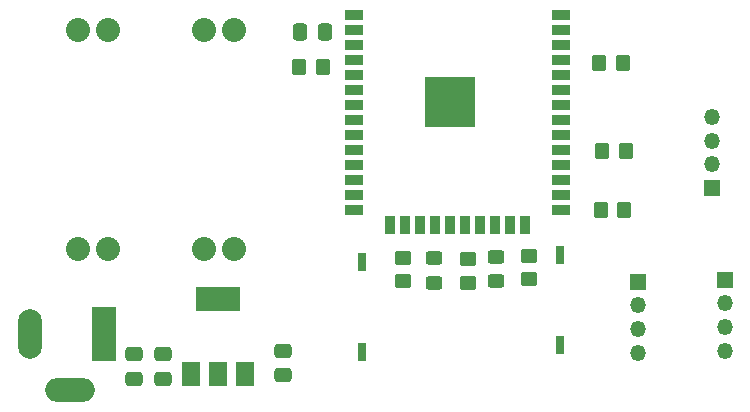
<source format=gbr>
%TF.GenerationSoftware,KiCad,Pcbnew,7.0.1*%
%TF.CreationDate,2023-03-21T16:38:31+01:00*%
%TF.ProjectId,Motordinges,4d6f746f-7264-4696-9e67-65732e6b6963,rev?*%
%TF.SameCoordinates,Original*%
%TF.FileFunction,Soldermask,Top*%
%TF.FilePolarity,Negative*%
%FSLAX46Y46*%
G04 Gerber Fmt 4.6, Leading zero omitted, Abs format (unit mm)*
G04 Created by KiCad (PCBNEW 7.0.1) date 2023-03-21 16:38:31*
%MOMM*%
%LPD*%
G01*
G04 APERTURE LIST*
G04 Aperture macros list*
%AMRoundRect*
0 Rectangle with rounded corners*
0 $1 Rounding radius*
0 $2 $3 $4 $5 $6 $7 $8 $9 X,Y pos of 4 corners*
0 Add a 4 corners polygon primitive as box body*
4,1,4,$2,$3,$4,$5,$6,$7,$8,$9,$2,$3,0*
0 Add four circle primitives for the rounded corners*
1,1,$1+$1,$2,$3*
1,1,$1+$1,$4,$5*
1,1,$1+$1,$6,$7*
1,1,$1+$1,$8,$9*
0 Add four rect primitives between the rounded corners*
20,1,$1+$1,$2,$3,$4,$5,0*
20,1,$1+$1,$4,$5,$6,$7,0*
20,1,$1+$1,$6,$7,$8,$9,0*
20,1,$1+$1,$8,$9,$2,$3,0*%
G04 Aperture macros list end*
%ADD10R,1.500000X0.900000*%
%ADD11R,0.900000X1.500000*%
%ADD12C,0.600000*%
%ADD13R,4.200000X4.200000*%
%ADD14R,1.350000X1.350000*%
%ADD15O,1.350000X1.350000*%
%ADD16RoundRect,0.250000X0.337500X0.475000X-0.337500X0.475000X-0.337500X-0.475000X0.337500X-0.475000X0*%
%ADD17R,1.500000X2.000000*%
%ADD18R,3.800000X2.000000*%
%ADD19RoundRect,0.250000X0.475000X-0.337500X0.475000X0.337500X-0.475000X0.337500X-0.475000X-0.337500X0*%
%ADD20R,0.760000X1.600000*%
%ADD21RoundRect,0.250000X-0.475000X0.337500X-0.475000X-0.337500X0.475000X-0.337500X0.475000X0.337500X0*%
%ADD22RoundRect,0.250000X0.450000X-0.325000X0.450000X0.325000X-0.450000X0.325000X-0.450000X-0.325000X0*%
%ADD23RoundRect,0.250000X-0.350000X-0.450000X0.350000X-0.450000X0.350000X0.450000X-0.350000X0.450000X0*%
%ADD24R,2.000000X4.600000*%
%ADD25O,2.000000X4.200000*%
%ADD26O,4.200000X2.000000*%
%ADD27RoundRect,0.250000X0.450000X-0.350000X0.450000X0.350000X-0.450000X0.350000X-0.450000X-0.350000X0*%
%ADD28RoundRect,0.250000X0.350000X0.450000X-0.350000X0.450000X-0.350000X-0.450000X0.350000X-0.450000X0*%
%ADD29C,2.032000*%
G04 APERTURE END LIST*
D10*
%TO.C,U1*%
X109220000Y-44450000D03*
X109220000Y-45720000D03*
X109220000Y-46990000D03*
X109220000Y-48260000D03*
X109220000Y-49530000D03*
X109220000Y-50800000D03*
X109220000Y-52070000D03*
X109220000Y-53340000D03*
X109220000Y-54610000D03*
X109220000Y-55880000D03*
X109220000Y-57150000D03*
X109220000Y-58420000D03*
X109220000Y-59690000D03*
X109220000Y-60960000D03*
D11*
X112260000Y-62210000D03*
X113530000Y-62210000D03*
X114800000Y-62210000D03*
X116070000Y-62210000D03*
X117340000Y-62210000D03*
X118610000Y-62210000D03*
X119880000Y-62210000D03*
X121150000Y-62210000D03*
X122420000Y-62210000D03*
X123690000Y-62210000D03*
D10*
X126720000Y-60960000D03*
X126720000Y-59690000D03*
X126720000Y-58420000D03*
X126720000Y-57150000D03*
X126720000Y-55880000D03*
X126720000Y-54610000D03*
X126720000Y-53340000D03*
X126720000Y-52070000D03*
X126720000Y-50800000D03*
X126720000Y-49530000D03*
X126720000Y-48260000D03*
X126720000Y-46990000D03*
X126720000Y-45720000D03*
X126720000Y-44450000D03*
D12*
X115765000Y-51027500D03*
X115765000Y-52552500D03*
X116527500Y-50265000D03*
X116527500Y-51790000D03*
X116527500Y-53315000D03*
X117290000Y-51027500D03*
D13*
X117290000Y-51790000D03*
D12*
X117290000Y-52552500D03*
X118052500Y-50265000D03*
X118052500Y-51790000D03*
X118052500Y-53315000D03*
X118815000Y-51027500D03*
X118815000Y-52552500D03*
%TD*%
D14*
%TO.C,J1*%
X139522200Y-59055000D03*
D15*
X139522200Y-57055000D03*
X139522200Y-55055000D03*
X139522200Y-53055000D03*
%TD*%
D16*
%TO.C,C1*%
X106723000Y-45872400D03*
X104648000Y-45872400D03*
%TD*%
D17*
%TO.C,U3*%
X95363000Y-74803400D03*
X97663000Y-74803400D03*
D18*
X97663000Y-68503400D03*
D17*
X99963000Y-74803400D03*
%TD*%
D19*
%TO.C,C2*%
X103149400Y-74926100D03*
X103149400Y-72851100D03*
%TD*%
D20*
%TO.C,SW2*%
X126644400Y-64770000D03*
X126644400Y-72390000D03*
%TD*%
D14*
%TO.C,Motor1*%
X140589000Y-66827400D03*
D15*
X140589000Y-68827400D03*
X140589000Y-70827400D03*
X140589000Y-72827400D03*
%TD*%
D21*
%TO.C,C3*%
X93014800Y-73130500D03*
X93014800Y-75205500D03*
%TD*%
D22*
%TO.C,D2*%
X115925600Y-67074000D03*
X115925600Y-65024000D03*
%TD*%
D23*
%TO.C,R1*%
X104546400Y-48818800D03*
X106546400Y-48818800D03*
%TD*%
D20*
%TO.C,SW1*%
X109905800Y-65328800D03*
X109905800Y-72948800D03*
%TD*%
D19*
%TO.C,C4*%
X90576400Y-75205500D03*
X90576400Y-73130500D03*
%TD*%
D24*
%TO.C,J2*%
X88036400Y-71399400D03*
D25*
X81736400Y-71399400D03*
D26*
X85136400Y-76199400D03*
%TD*%
D22*
%TO.C,D1*%
X121208800Y-66963400D03*
X121208800Y-64913400D03*
%TD*%
D27*
%TO.C,R7*%
X118821200Y-67090800D03*
X118821200Y-65090800D03*
%TD*%
D15*
%TO.C,Motor2*%
X133223000Y-73005200D03*
X133223000Y-71005200D03*
X133223000Y-69005200D03*
D14*
X133223000Y-67005200D03*
%TD*%
D28*
%TO.C,R5*%
X131962400Y-48463200D03*
X129962400Y-48463200D03*
%TD*%
%TO.C,R2*%
X132080000Y-60960000D03*
X130080000Y-60960000D03*
%TD*%
D27*
%TO.C,R3*%
X124028200Y-66811400D03*
X124028200Y-64811400D03*
%TD*%
D29*
%TO.C,U2*%
X85852000Y-64262000D03*
X88392000Y-64262000D03*
X96520000Y-64262000D03*
X99060000Y-64262000D03*
X99060000Y-45720000D03*
X96520000Y-45720000D03*
X88392000Y-45720000D03*
X85852000Y-45720000D03*
%TD*%
D27*
%TO.C,R4*%
X113334800Y-66979800D03*
X113334800Y-64979800D03*
%TD*%
D28*
%TO.C,R6*%
X132216400Y-55905400D03*
X130216400Y-55905400D03*
%TD*%
M02*

</source>
